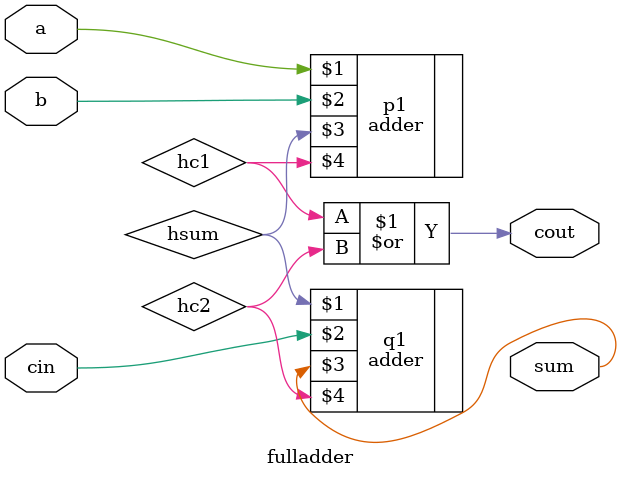
<source format=v>
`timescale 1ns / 1ps


module fulladder(
input a,b,cin,
output sum,cout
    );
    wire hsum,hc1,hc2;
    adder p1(a,b,hsum,hc1);
    adder q1(hsum,cin,sum,hc2);
    or o(cout,hc1,hc2);
endmodule

</source>
